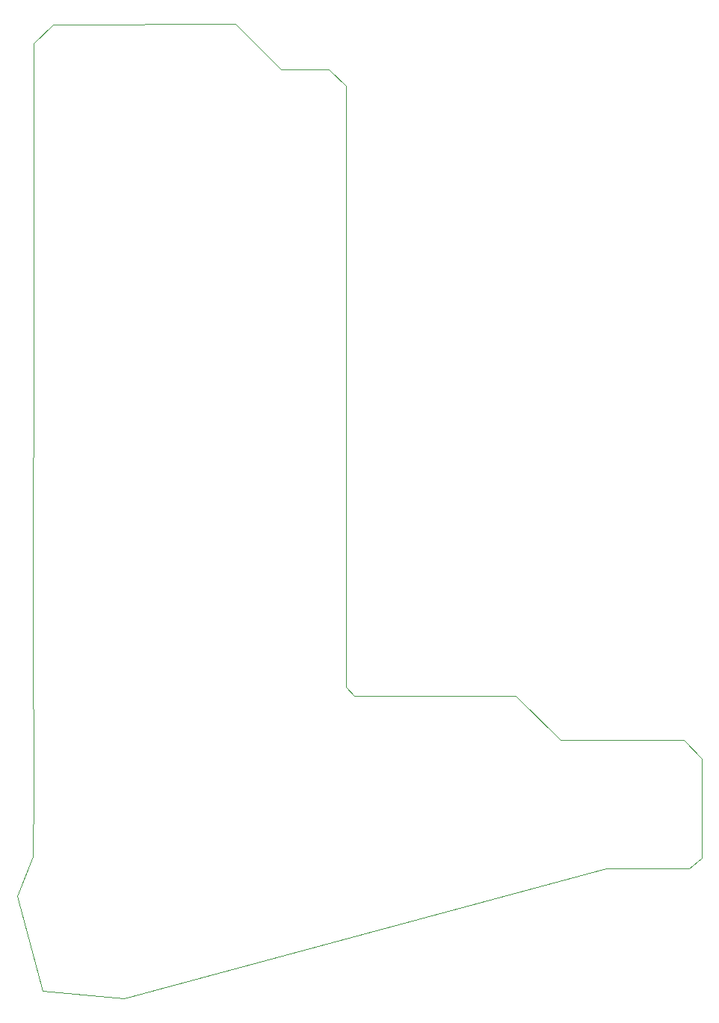
<source format=gbr>
G04 #@! TF.GenerationSoftware,KiCad,Pcbnew,(5.1.4)-1*
G04 #@! TF.CreationDate,2023-09-09T05:33:07-04:00*
G04 #@! TF.ProjectId,ThumbsUp,5468756d-6273-4557-902e-6b696361645f,rev?*
G04 #@! TF.SameCoordinates,Original*
G04 #@! TF.FileFunction,Profile,NP*
%FSLAX46Y46*%
G04 Gerber Fmt 4.6, Leading zero omitted, Abs format (unit mm)*
G04 Created by KiCad (PCBNEW (5.1.4)-1) date 2023-09-09 05:33:07*
%MOMM*%
%LPD*%
G04 APERTURE LIST*
%ADD10C,0.050000*%
G04 APERTURE END LIST*
D10*
X189400000Y-439500000D02*
X190400000Y-440500000D01*
X227700000Y-445500000D02*
X229712025Y-447600000D01*
X189412025Y-373560322D02*
X189412025Y-371360322D01*
X154023238Y-374764941D02*
X154023238Y-372564941D01*
X208700000Y-440500000D02*
X190400000Y-440500000D01*
X182070000Y-369475000D02*
X176950000Y-364350000D01*
X227700000Y-445500000D02*
X213700000Y-445500000D01*
X154023238Y-372564941D02*
X154021905Y-366506391D01*
X208700000Y-440500000D02*
X213700000Y-445500000D01*
X187525000Y-369475000D02*
X182070000Y-369475000D01*
X187525000Y-369475000D02*
X189412025Y-371360322D01*
X189412025Y-392610322D02*
X189400000Y-439500000D01*
X229712025Y-447600000D02*
X229712025Y-458910323D01*
X219112025Y-460110322D02*
X218912025Y-460110323D01*
X229712025Y-458910323D02*
X228312025Y-460110323D01*
X219112025Y-460110322D02*
X228312025Y-460110323D01*
X176950000Y-364350000D02*
X156212026Y-364360322D01*
X189412025Y-392610322D02*
X189412025Y-373560322D01*
X218912025Y-460110323D02*
X164303913Y-474809185D01*
X154023238Y-374764941D02*
X154023238Y-393814941D01*
X154002490Y-458734349D02*
X154014855Y-451416095D01*
X154014855Y-451416095D02*
X154009034Y-450396466D01*
X155082510Y-473946632D02*
X164303913Y-474809185D01*
X155082510Y-473946632D02*
X152204378Y-463184833D01*
X153997497Y-433386766D02*
X154009034Y-450396466D01*
X154023238Y-393814941D02*
X153997497Y-433386766D01*
X154021905Y-366506391D02*
X156212026Y-364360322D01*
X154002490Y-458734349D02*
X152204378Y-463184833D01*
M02*

</source>
